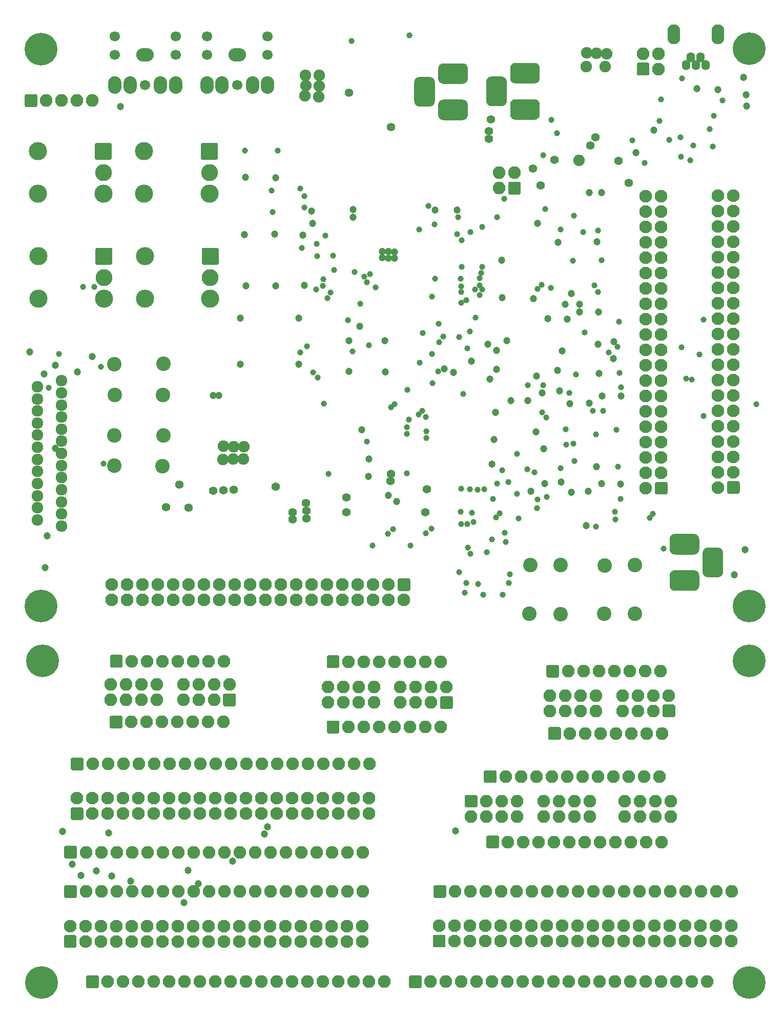
<source format=gbr>
G04 #@! TF.GenerationSoftware,KiCad,Pcbnew,5.1.7-a382d34a8~88~ubuntu20.04.1*
G04 #@! TF.CreationDate,2021-03-14T14:40:07-05:00*
G04 #@! TF.ProjectId,open-dash-daughterboard,6f70656e-2d64-4617-9368-2d6461756768,rev?*
G04 #@! TF.SameCoordinates,Original*
G04 #@! TF.FileFunction,Soldermask,Bot*
G04 #@! TF.FilePolarity,Negative*
%FSLAX46Y46*%
G04 Gerber Fmt 4.6, Leading zero omitted, Abs format (unit mm)*
G04 Created by KiCad (PCBNEW 5.1.7-a382d34a8~88~ubuntu20.04.1) date 2021-03-14 14:40:07*
%MOMM*%
%LPD*%
G01*
G04 APERTURE LIST*
%ADD10C,2.100000*%
%ADD11C,5.400000*%
%ADD12O,2.100000X2.100000*%
%ADD13O,1.400000X1.700000*%
%ADD14O,2.100000X3.300000*%
%ADD15C,2.800000*%
%ADD16C,3.000000*%
%ADD17C,1.924000*%
%ADD18O,2.200000X2.900000*%
%ADD19C,1.700000*%
%ADD20O,2.900000X2.200000*%
%ADD21C,2.400000*%
%ADD22C,1.400000*%
%ADD23C,1.200000*%
%ADD24C,1.000000*%
%ADD25C,1.900000*%
G04 APERTURE END LIST*
D10*
X204030000Y-72870000D03*
X204030000Y-75410000D03*
X204030000Y-77950000D03*
X204030000Y-80490000D03*
X204030000Y-83030000D03*
X204030000Y-85570000D03*
X204030000Y-88110000D03*
X204030000Y-90650000D03*
X204030000Y-93190000D03*
X204030000Y-95730000D03*
X204030000Y-98270000D03*
X204030000Y-100810000D03*
X204030000Y-103350000D03*
X204030000Y-105890000D03*
X204030000Y-108430000D03*
X204030000Y-110970000D03*
X204030000Y-113510000D03*
X204030000Y-116050000D03*
X204030000Y-118590000D03*
X204030000Y-121130000D03*
X206570000Y-72870000D03*
X206570000Y-75410000D03*
X206570000Y-77950000D03*
X206570000Y-80490000D03*
X206570000Y-83030000D03*
X206570000Y-85570000D03*
X206570000Y-88110000D03*
X206570000Y-90650000D03*
X206570000Y-93190000D03*
X206570000Y-95730000D03*
X206570000Y-98270000D03*
X206570000Y-100810000D03*
X206570000Y-103350000D03*
X206570000Y-105890000D03*
X206570000Y-108430000D03*
X206570000Y-110970000D03*
X206570000Y-113510000D03*
X206570000Y-116050000D03*
X206570000Y-118590000D03*
G36*
G01*
X207620000Y-120388823D02*
X207620000Y-121871177D01*
G75*
G02*
X207311177Y-122180000I-308823J0D01*
G01*
X205828823Y-122180000D01*
G75*
G02*
X205520000Y-121871177I0J308823D01*
G01*
X205520000Y-120388823D01*
G75*
G02*
X205828823Y-120080000I308823J0D01*
G01*
X207311177Y-120080000D01*
G75*
G02*
X207620000Y-120388823I0J-308823D01*
G01*
G37*
X192125000Y-73000000D03*
X192125000Y-75540000D03*
X192125000Y-78080000D03*
X192125000Y-80620000D03*
X192125000Y-83160000D03*
X192125000Y-85700000D03*
X192125000Y-88240000D03*
X192125000Y-90780000D03*
X192125000Y-93320000D03*
X192125000Y-95860000D03*
X192125000Y-98400000D03*
X192125000Y-100940000D03*
X192125000Y-103480000D03*
X192125000Y-106020000D03*
X192125000Y-108560000D03*
X192125000Y-111100000D03*
X192125000Y-113640000D03*
X192125000Y-116180000D03*
X192125000Y-118720000D03*
X192125000Y-121260000D03*
X194665000Y-73000000D03*
X194665000Y-75540000D03*
X194665000Y-78080000D03*
X194665000Y-80620000D03*
X194665000Y-83160000D03*
X194665000Y-85700000D03*
X194665000Y-88240000D03*
X194665000Y-90780000D03*
X194665000Y-93320000D03*
X194665000Y-95860000D03*
X194665000Y-98400000D03*
X194665000Y-100940000D03*
X194665000Y-103480000D03*
X194665000Y-106020000D03*
X194665000Y-108560000D03*
X194665000Y-111100000D03*
X194665000Y-113640000D03*
X194665000Y-116180000D03*
X194665000Y-118720000D03*
G36*
G01*
X195715000Y-120518823D02*
X195715000Y-122001177D01*
G75*
G02*
X195406177Y-122310000I-308823J0D01*
G01*
X193923823Y-122310000D01*
G75*
G02*
X193615000Y-122001177I0J308823D01*
G01*
X193615000Y-120518823D01*
G75*
G02*
X193923823Y-120210000I308823J0D01*
G01*
X195406177Y-120210000D01*
G75*
G02*
X195715000Y-120518823I0J-308823D01*
G01*
G37*
X146400000Y-172510000D03*
X143860000Y-172510000D03*
X141320000Y-172510000D03*
X138780000Y-172510000D03*
X136240000Y-172510000D03*
X133700000Y-172510000D03*
X131160000Y-172510000D03*
X128620000Y-172510000D03*
X126080000Y-172510000D03*
X123540000Y-172510000D03*
X121000000Y-172510000D03*
X118460000Y-172510000D03*
X115920000Y-172510000D03*
X113380000Y-172510000D03*
X110840000Y-172510000D03*
X108300000Y-172510000D03*
X105760000Y-172510000D03*
X103220000Y-172510000D03*
X100680000Y-172510000D03*
X98140000Y-172510000D03*
X146400000Y-175050000D03*
X143860000Y-175050000D03*
X141320000Y-175050000D03*
X138780000Y-175050000D03*
X136240000Y-175050000D03*
X133700000Y-175050000D03*
X131160000Y-175050000D03*
X128620000Y-175050000D03*
X126080000Y-175050000D03*
X123540000Y-175050000D03*
X121000000Y-175050000D03*
X118460000Y-175050000D03*
X115920000Y-175050000D03*
X113380000Y-175050000D03*
X110840000Y-175050000D03*
X108300000Y-175050000D03*
X105760000Y-175050000D03*
X103220000Y-175050000D03*
X100680000Y-175050000D03*
G36*
G01*
X98881177Y-176100000D02*
X97398823Y-176100000D01*
G75*
G02*
X97090000Y-175791177I0J308823D01*
G01*
X97090000Y-174308823D01*
G75*
G02*
X97398823Y-174000000I308823J0D01*
G01*
X98881177Y-174000000D01*
G75*
G02*
X99190000Y-174308823I0J-308823D01*
G01*
X99190000Y-175791177D01*
G75*
G02*
X98881177Y-176100000I-308823J0D01*
G01*
G37*
X206220000Y-193560000D03*
X203680000Y-193560000D03*
X201140000Y-193560000D03*
X198600000Y-193560000D03*
X196060000Y-193560000D03*
X193520000Y-193560000D03*
X190980000Y-193560000D03*
X188440000Y-193560000D03*
X185900000Y-193560000D03*
X183360000Y-193560000D03*
X180820000Y-193560000D03*
X178280000Y-193560000D03*
X175740000Y-193560000D03*
X173200000Y-193560000D03*
X170660000Y-193560000D03*
X168120000Y-193560000D03*
X165580000Y-193560000D03*
X163040000Y-193560000D03*
X160500000Y-193560000D03*
X157960000Y-193560000D03*
X206220000Y-196100000D03*
X203680000Y-196100000D03*
X201140000Y-196100000D03*
X198600000Y-196100000D03*
X196060000Y-196100000D03*
X193520000Y-196100000D03*
X190980000Y-196100000D03*
X188440000Y-196100000D03*
X185900000Y-196100000D03*
X183360000Y-196100000D03*
X180820000Y-196100000D03*
X178280000Y-196100000D03*
X175740000Y-196100000D03*
X173200000Y-196100000D03*
X170660000Y-196100000D03*
X168120000Y-196100000D03*
X165580000Y-196100000D03*
X163040000Y-196100000D03*
X160500000Y-196100000D03*
G36*
G01*
X158701177Y-197150000D02*
X157218823Y-197150000D01*
G75*
G02*
X156910000Y-196841177I0J308823D01*
G01*
X156910000Y-195358823D01*
G75*
G02*
X157218823Y-195050000I308823J0D01*
G01*
X158701177Y-195050000D01*
G75*
G02*
X159010000Y-195358823I0J-308823D01*
G01*
X159010000Y-196841177D01*
G75*
G02*
X158701177Y-197150000I-308823J0D01*
G01*
G37*
X145260000Y-193620000D03*
X142720000Y-193620000D03*
X140180000Y-193620000D03*
X137640000Y-193620000D03*
X135100000Y-193620000D03*
X132560000Y-193620000D03*
X130020000Y-193620000D03*
X127480000Y-193620000D03*
X124940000Y-193620000D03*
X122400000Y-193620000D03*
X119860000Y-193620000D03*
X117320000Y-193620000D03*
X114780000Y-193620000D03*
X112240000Y-193620000D03*
X109700000Y-193620000D03*
X107160000Y-193620000D03*
X104620000Y-193620000D03*
X102080000Y-193620000D03*
X99540000Y-193620000D03*
X97000000Y-193620000D03*
X145260000Y-196160000D03*
X142720000Y-196160000D03*
X140180000Y-196160000D03*
X137640000Y-196160000D03*
X135100000Y-196160000D03*
X132560000Y-196160000D03*
X130020000Y-196160000D03*
X127480000Y-196160000D03*
X124940000Y-196160000D03*
X122400000Y-196160000D03*
X119860000Y-196160000D03*
X117320000Y-196160000D03*
X114780000Y-196160000D03*
X112240000Y-196160000D03*
X109700000Y-196160000D03*
X107160000Y-196160000D03*
X104620000Y-196160000D03*
X102080000Y-196160000D03*
X99540000Y-196160000D03*
G36*
G01*
X97741177Y-197210000D02*
X96258823Y-197210000D01*
G75*
G02*
X95950000Y-196901177I0J308823D01*
G01*
X95950000Y-195418823D01*
G75*
G02*
X96258823Y-195110000I308823J0D01*
G01*
X97741177Y-195110000D01*
G75*
G02*
X98050000Y-195418823I0J-308823D01*
G01*
X98050000Y-196901177D01*
G75*
G02*
X97741177Y-197210000I-308823J0D01*
G01*
G37*
D11*
X92260000Y-202920000D03*
X209160000Y-149820000D03*
X92460000Y-149820000D03*
X209160000Y-202920000D03*
D12*
X194740000Y-179720000D03*
X192200000Y-179720000D03*
X189660000Y-179720000D03*
X187120000Y-179720000D03*
X184580000Y-179720000D03*
X182040000Y-179720000D03*
X179500000Y-179720000D03*
X176960000Y-179720000D03*
X174420000Y-179720000D03*
X171880000Y-179720000D03*
X169340000Y-179720000D03*
G36*
G01*
X167650000Y-180770000D02*
X165950000Y-180770000D01*
G75*
G02*
X165750000Y-180570000I0J200000D01*
G01*
X165750000Y-178870000D01*
G75*
G02*
X165950000Y-178670000I200000J0D01*
G01*
X167650000Y-178670000D01*
G75*
G02*
X167850000Y-178870000I0J-200000D01*
G01*
X167850000Y-180570000D01*
G75*
G02*
X167650000Y-180770000I-200000J0D01*
G01*
G37*
X188600000Y-175520000D03*
X191140000Y-172980000D03*
X196220000Y-175520000D03*
X188600000Y-172980000D03*
X193680000Y-175520000D03*
X196220000Y-172980000D03*
X191140000Y-175520000D03*
X193680000Y-172980000D03*
G36*
G01*
X162400000Y-171930000D02*
X164100000Y-171930000D01*
G75*
G02*
X164300000Y-172130000I0J-200000D01*
G01*
X164300000Y-173830000D01*
G75*
G02*
X164100000Y-174030000I-200000J0D01*
G01*
X162400000Y-174030000D01*
G75*
G02*
X162200000Y-173830000I0J200000D01*
G01*
X162200000Y-172130000D01*
G75*
G02*
X162400000Y-171930000I200000J0D01*
G01*
G37*
X163250000Y-175520000D03*
X165790000Y-172980000D03*
X165790000Y-175520000D03*
X168330000Y-172980000D03*
X168330000Y-175520000D03*
X170870000Y-172980000D03*
X170870000Y-175520000D03*
X175250000Y-172980000D03*
X175250000Y-175520000D03*
X177790000Y-172980000D03*
X177790000Y-175520000D03*
X180330000Y-172980000D03*
X180330000Y-175520000D03*
X182870000Y-172980000D03*
X182870000Y-175520000D03*
X194340000Y-168920000D03*
X191800000Y-168920000D03*
X189260000Y-168920000D03*
X186720000Y-168920000D03*
X184180000Y-168920000D03*
X181640000Y-168920000D03*
X179100000Y-168920000D03*
X176560000Y-168920000D03*
X174020000Y-168920000D03*
X171480000Y-168920000D03*
X168940000Y-168920000D03*
G36*
G01*
X167250000Y-169970000D02*
X165550000Y-169970000D01*
G75*
G02*
X165350000Y-169770000I0J200000D01*
G01*
X165350000Y-168070000D01*
G75*
G02*
X165550000Y-167870000I200000J0D01*
G01*
X167250000Y-167870000D01*
G75*
G02*
X167450000Y-168070000I0J-200000D01*
G01*
X167450000Y-169770000D01*
G75*
G02*
X167250000Y-169970000I-200000J0D01*
G01*
G37*
X146420000Y-166820000D03*
X143880000Y-166820000D03*
X141340000Y-166820000D03*
X138800000Y-166820000D03*
X136260000Y-166820000D03*
X133720000Y-166820000D03*
X131180000Y-166820000D03*
X128640000Y-166820000D03*
X126100000Y-166820000D03*
X123560000Y-166820000D03*
X121020000Y-166820000D03*
X118480000Y-166820000D03*
X115940000Y-166820000D03*
X113400000Y-166820000D03*
X110860000Y-166820000D03*
X108320000Y-166820000D03*
X105780000Y-166820000D03*
X103240000Y-166820000D03*
X100700000Y-166820000D03*
G36*
G01*
X99010000Y-167870000D02*
X97310000Y-167870000D01*
G75*
G02*
X97110000Y-167670000I0J200000D01*
G01*
X97110000Y-165970000D01*
G75*
G02*
X97310000Y-165770000I200000J0D01*
G01*
X99010000Y-165770000D01*
G75*
G02*
X99210000Y-165970000I0J-200000D01*
G01*
X99210000Y-167670000D01*
G75*
G02*
X99010000Y-167870000I-200000J0D01*
G01*
G37*
X145320000Y-181420000D03*
X142780000Y-181420000D03*
X140240000Y-181420000D03*
X137700000Y-181420000D03*
X135160000Y-181420000D03*
X132620000Y-181420000D03*
X130080000Y-181420000D03*
X127540000Y-181420000D03*
X125000000Y-181420000D03*
X122460000Y-181420000D03*
X119920000Y-181420000D03*
X117380000Y-181420000D03*
X114840000Y-181420000D03*
X112300000Y-181420000D03*
X109760000Y-181420000D03*
X107220000Y-181420000D03*
X104680000Y-181420000D03*
X102140000Y-181420000D03*
X99600000Y-181420000D03*
G36*
G01*
X97910000Y-182470000D02*
X96210000Y-182470000D01*
G75*
G02*
X96010000Y-182270000I0J200000D01*
G01*
X96010000Y-180570000D01*
G75*
G02*
X96210000Y-180370000I200000J0D01*
G01*
X97910000Y-180370000D01*
G75*
G02*
X98110000Y-180570000I0J-200000D01*
G01*
X98110000Y-182270000D01*
G75*
G02*
X97910000Y-182470000I-200000J0D01*
G01*
G37*
X194520000Y-151500000D03*
X191980000Y-151500000D03*
X189440000Y-151500000D03*
X186900000Y-151500000D03*
X184360000Y-151500000D03*
X181820000Y-151500000D03*
X179280000Y-151500000D03*
G36*
G01*
X177590000Y-152550000D02*
X175890000Y-152550000D01*
G75*
G02*
X175690000Y-152350000I0J200000D01*
G01*
X175690000Y-150650000D01*
G75*
G02*
X175890000Y-150450000I200000J0D01*
G01*
X177590000Y-150450000D01*
G75*
G02*
X177790000Y-150650000I0J-200000D01*
G01*
X177790000Y-152350000D01*
G75*
G02*
X177590000Y-152550000I-200000J0D01*
G01*
G37*
X176290000Y-155520000D03*
X176290000Y-158060000D03*
X178830000Y-155520000D03*
X178830000Y-158060000D03*
X181370000Y-155520000D03*
X181370000Y-158060000D03*
X183910000Y-155520000D03*
X183910000Y-158060000D03*
X188290000Y-155520000D03*
X188290000Y-158060000D03*
X190830000Y-155520000D03*
X190830000Y-158060000D03*
X193370000Y-155520000D03*
X193370000Y-158060000D03*
X195910000Y-155520000D03*
G36*
G01*
X196760000Y-159110000D02*
X195060000Y-159110000D01*
G75*
G02*
X194860000Y-158910000I0J200000D01*
G01*
X194860000Y-157210000D01*
G75*
G02*
X195060000Y-157010000I200000J0D01*
G01*
X196760000Y-157010000D01*
G75*
G02*
X196960000Y-157210000I0J-200000D01*
G01*
X196960000Y-158910000D01*
G75*
G02*
X196760000Y-159110000I-200000J0D01*
G01*
G37*
X194820000Y-161800000D03*
X192280000Y-161800000D03*
X189740000Y-161800000D03*
X187200000Y-161800000D03*
X184660000Y-161800000D03*
X182120000Y-161800000D03*
X179580000Y-161800000D03*
G36*
G01*
X177890000Y-162850000D02*
X176190000Y-162850000D01*
G75*
G02*
X175990000Y-162650000I0J200000D01*
G01*
X175990000Y-160950000D01*
G75*
G02*
X176190000Y-160750000I200000J0D01*
G01*
X177890000Y-160750000D01*
G75*
G02*
X178090000Y-160950000I0J-200000D01*
G01*
X178090000Y-162650000D01*
G75*
G02*
X177890000Y-162850000I-200000J0D01*
G01*
G37*
X202280000Y-202820000D03*
X199740000Y-202820000D03*
X197200000Y-202820000D03*
X194660000Y-202820000D03*
X192120000Y-202820000D03*
X189580000Y-202820000D03*
X187040000Y-202820000D03*
X184500000Y-202820000D03*
X181960000Y-202820000D03*
X179420000Y-202820000D03*
X176880000Y-202820000D03*
X174340000Y-202820000D03*
X171800000Y-202820000D03*
X169260000Y-202820000D03*
X166720000Y-202820000D03*
X164180000Y-202820000D03*
X161640000Y-202820000D03*
X159100000Y-202820000D03*
X156560000Y-202820000D03*
G36*
G01*
X154870000Y-203870000D02*
X153170000Y-203870000D01*
G75*
G02*
X152970000Y-203670000I0J200000D01*
G01*
X152970000Y-201970000D01*
G75*
G02*
X153170000Y-201770000I200000J0D01*
G01*
X154870000Y-201770000D01*
G75*
G02*
X155070000Y-201970000I0J-200000D01*
G01*
X155070000Y-203670000D01*
G75*
G02*
X154870000Y-203870000I-200000J0D01*
G01*
G37*
X206320000Y-187920000D03*
X203780000Y-187920000D03*
X201240000Y-187920000D03*
X198700000Y-187920000D03*
X196160000Y-187920000D03*
X193620000Y-187920000D03*
X191080000Y-187920000D03*
X188540000Y-187920000D03*
X186000000Y-187920000D03*
X183460000Y-187920000D03*
X180920000Y-187920000D03*
X178380000Y-187920000D03*
X175840000Y-187920000D03*
X173300000Y-187920000D03*
X170760000Y-187920000D03*
X168220000Y-187920000D03*
X165680000Y-187920000D03*
X163140000Y-187920000D03*
X160600000Y-187920000D03*
G36*
G01*
X158910000Y-188970000D02*
X157210000Y-188970000D01*
G75*
G02*
X157010000Y-188770000I0J200000D01*
G01*
X157010000Y-187070000D01*
G75*
G02*
X157210000Y-186870000I200000J0D01*
G01*
X158910000Y-186870000D01*
G75*
G02*
X159110000Y-187070000I0J-200000D01*
G01*
X159110000Y-188770000D01*
G75*
G02*
X158910000Y-188970000I-200000J0D01*
G01*
G37*
X122400000Y-149850000D03*
X119860000Y-149850000D03*
X117320000Y-149850000D03*
X114780000Y-149850000D03*
X112240000Y-149850000D03*
X109700000Y-149850000D03*
X107160000Y-149850000D03*
G36*
G01*
X105470000Y-150900000D02*
X103770000Y-150900000D01*
G75*
G02*
X103570000Y-150700000I0J200000D01*
G01*
X103570000Y-149000000D01*
G75*
G02*
X103770000Y-148800000I200000J0D01*
G01*
X105470000Y-148800000D01*
G75*
G02*
X105670000Y-149000000I0J-200000D01*
G01*
X105670000Y-150700000D01*
G75*
G02*
X105470000Y-150900000I-200000J0D01*
G01*
G37*
X103700000Y-153700000D03*
X103700000Y-156240000D03*
X106240000Y-153700000D03*
X106240000Y-156240000D03*
X108780000Y-153700000D03*
X108780000Y-156240000D03*
X111320000Y-153700000D03*
X111320000Y-156240000D03*
X115700000Y-153700000D03*
X115700000Y-156240000D03*
X118240000Y-153700000D03*
X118240000Y-156240000D03*
X120780000Y-153700000D03*
X120780000Y-156240000D03*
X123320000Y-153700000D03*
G36*
G01*
X124170000Y-157290000D02*
X122470000Y-157290000D01*
G75*
G02*
X122270000Y-157090000I0J200000D01*
G01*
X122270000Y-155390000D01*
G75*
G02*
X122470000Y-155190000I200000J0D01*
G01*
X124170000Y-155190000D01*
G75*
G02*
X124370000Y-155390000I0J-200000D01*
G01*
X124370000Y-157090000D01*
G75*
G02*
X124170000Y-157290000I-200000J0D01*
G01*
G37*
X122350000Y-159890000D03*
X119810000Y-159890000D03*
X117270000Y-159890000D03*
X114730000Y-159890000D03*
X112190000Y-159890000D03*
X109650000Y-159890000D03*
X107110000Y-159890000D03*
G36*
G01*
X105420000Y-160940000D02*
X103720000Y-160940000D01*
G75*
G02*
X103520000Y-160740000I0J200000D01*
G01*
X103520000Y-159040000D01*
G75*
G02*
X103720000Y-158840000I200000J0D01*
G01*
X105420000Y-158840000D01*
G75*
G02*
X105620000Y-159040000I0J-200000D01*
G01*
X105620000Y-160740000D01*
G75*
G02*
X105420000Y-160940000I-200000J0D01*
G01*
G37*
X145320000Y-187920000D03*
X142780000Y-187920000D03*
X140240000Y-187920000D03*
X137700000Y-187920000D03*
X135160000Y-187920000D03*
X132620000Y-187920000D03*
X130080000Y-187920000D03*
X127540000Y-187920000D03*
X125000000Y-187920000D03*
X122460000Y-187920000D03*
X119920000Y-187920000D03*
X117380000Y-187920000D03*
X114840000Y-187920000D03*
X112300000Y-187920000D03*
X109760000Y-187920000D03*
X107220000Y-187920000D03*
X104680000Y-187920000D03*
X102140000Y-187920000D03*
X99600000Y-187920000D03*
G36*
G01*
X97910000Y-188970000D02*
X96210000Y-188970000D01*
G75*
G02*
X96010000Y-188770000I0J200000D01*
G01*
X96010000Y-187070000D01*
G75*
G02*
X96210000Y-186870000I200000J0D01*
G01*
X97910000Y-186870000D01*
G75*
G02*
X98110000Y-187070000I0J-200000D01*
G01*
X98110000Y-188770000D01*
G75*
G02*
X97910000Y-188970000I-200000J0D01*
G01*
G37*
X148920000Y-202820000D03*
X146380000Y-202820000D03*
X143840000Y-202820000D03*
X141300000Y-202820000D03*
X138760000Y-202820000D03*
X136220000Y-202820000D03*
X133680000Y-202820000D03*
X131140000Y-202820000D03*
X128600000Y-202820000D03*
X126060000Y-202820000D03*
X123520000Y-202820000D03*
X120980000Y-202820000D03*
X118440000Y-202820000D03*
X115900000Y-202820000D03*
X113360000Y-202820000D03*
X110820000Y-202820000D03*
X108280000Y-202820000D03*
X105740000Y-202820000D03*
X103200000Y-202820000D03*
G36*
G01*
X101510000Y-203870000D02*
X99810000Y-203870000D01*
G75*
G02*
X99610000Y-203670000I0J200000D01*
G01*
X99610000Y-201970000D01*
G75*
G02*
X99810000Y-201770000I200000J0D01*
G01*
X101510000Y-201770000D01*
G75*
G02*
X101710000Y-201970000I0J-200000D01*
G01*
X101710000Y-203670000D01*
G75*
G02*
X101510000Y-203870000I-200000J0D01*
G01*
G37*
X158210000Y-149920000D03*
X155670000Y-149920000D03*
X153130000Y-149920000D03*
X150590000Y-149920000D03*
X148050000Y-149920000D03*
X145510000Y-149920000D03*
X142970000Y-149920000D03*
G36*
G01*
X141280000Y-150970000D02*
X139580000Y-150970000D01*
G75*
G02*
X139380000Y-150770000I0J200000D01*
G01*
X139380000Y-149070000D01*
G75*
G02*
X139580000Y-148870000I200000J0D01*
G01*
X141280000Y-148870000D01*
G75*
G02*
X141480000Y-149070000I0J-200000D01*
G01*
X141480000Y-150770000D01*
G75*
G02*
X141280000Y-150970000I-200000J0D01*
G01*
G37*
X139570000Y-154130000D03*
X139570000Y-156670000D03*
X142110000Y-154130000D03*
X142110000Y-156670000D03*
X144650000Y-154130000D03*
X144650000Y-156670000D03*
X147190000Y-154130000D03*
X147190000Y-156670000D03*
X151570000Y-154130000D03*
X151570000Y-156670000D03*
X154110000Y-154130000D03*
X154110000Y-156670000D03*
X156650000Y-154130000D03*
X156650000Y-156670000D03*
X159190000Y-154130000D03*
G36*
G01*
X160040000Y-157720000D02*
X158340000Y-157720000D01*
G75*
G02*
X158140000Y-157520000I0J200000D01*
G01*
X158140000Y-155820000D01*
G75*
G02*
X158340000Y-155620000I200000J0D01*
G01*
X160040000Y-155620000D01*
G75*
G02*
X160240000Y-155820000I0J-200000D01*
G01*
X160240000Y-157520000D01*
G75*
G02*
X160040000Y-157720000I-200000J0D01*
G01*
G37*
X158210000Y-160720000D03*
X155670000Y-160720000D03*
X153130000Y-160720000D03*
X150590000Y-160720000D03*
X148050000Y-160720000D03*
X145510000Y-160720000D03*
X142970000Y-160720000D03*
G36*
G01*
X141280000Y-161770000D02*
X139580000Y-161770000D01*
G75*
G02*
X139380000Y-161570000I0J200000D01*
G01*
X139380000Y-159870000D01*
G75*
G02*
X139580000Y-159670000I200000J0D01*
G01*
X141280000Y-159670000D01*
G75*
G02*
X141480000Y-159870000I0J-200000D01*
G01*
X141480000Y-161570000D01*
G75*
G02*
X141280000Y-161770000I-200000J0D01*
G01*
G37*
X194200000Y-49430000D03*
X194200000Y-51970000D03*
X191660000Y-49430000D03*
G36*
G01*
X192510000Y-53020000D02*
X190810000Y-53020000D01*
G75*
G02*
X190610000Y-52820000I0J200000D01*
G01*
X190610000Y-51120000D01*
G75*
G02*
X190810000Y-50920000I200000J0D01*
G01*
X192510000Y-50920000D01*
G75*
G02*
X192710000Y-51120000I0J-200000D01*
G01*
X192710000Y-52820000D01*
G75*
G02*
X192510000Y-53020000I-200000J0D01*
G01*
G37*
D13*
X198757400Y-51284600D03*
X201957800Y-51284600D03*
X201170400Y-50090800D03*
X199544800Y-50065400D03*
X200357600Y-51284600D03*
D14*
X196700000Y-46230000D03*
X203989800Y-46230000D03*
G36*
G01*
X170540000Y-56960000D02*
X173740000Y-56960000D01*
G75*
G02*
X174590000Y-57810000I0J-850000D01*
G01*
X174590000Y-59510000D01*
G75*
G02*
X173740000Y-60360000I-850000J0D01*
G01*
X170540000Y-60360000D01*
G75*
G02*
X169690000Y-59510000I0J850000D01*
G01*
X169690000Y-57810000D01*
G75*
G02*
X170540000Y-56960000I850000J0D01*
G01*
G37*
G36*
G01*
X170540000Y-50960000D02*
X173740000Y-50960000D01*
G75*
G02*
X174590000Y-51810000I0J-850000D01*
G01*
X174590000Y-53510000D01*
G75*
G02*
X173740000Y-54360000I-850000J0D01*
G01*
X170540000Y-54360000D01*
G75*
G02*
X169690000Y-53510000I0J850000D01*
G01*
X169690000Y-51810000D01*
G75*
G02*
X170540000Y-50960000I850000J0D01*
G01*
G37*
G36*
G01*
X166590000Y-53210000D02*
X168290000Y-53210000D01*
G75*
G02*
X169140000Y-54060000I0J-850000D01*
G01*
X169140000Y-57260000D01*
G75*
G02*
X168290000Y-58110000I-850000J0D01*
G01*
X166590000Y-58110000D01*
G75*
G02*
X165740000Y-57260000I0J850000D01*
G01*
X165740000Y-54060000D01*
G75*
G02*
X166590000Y-53210000I850000J0D01*
G01*
G37*
D10*
X103900000Y-139740000D03*
X106440000Y-139740000D03*
X108980000Y-139740000D03*
X111520000Y-139740000D03*
X114060000Y-139740000D03*
X116600000Y-139740000D03*
X119140000Y-139740000D03*
X121680000Y-139740000D03*
X124220000Y-139740000D03*
X126760000Y-139740000D03*
X129300000Y-139740000D03*
X131840000Y-139740000D03*
X134380000Y-139740000D03*
X136920000Y-139740000D03*
X139460000Y-139740000D03*
X142000000Y-139740000D03*
X144540000Y-139740000D03*
X147080000Y-139740000D03*
X149620000Y-139740000D03*
X152160000Y-139740000D03*
X103900000Y-137200000D03*
X106440000Y-137200000D03*
X108980000Y-137200000D03*
X111520000Y-137200000D03*
X114060000Y-137200000D03*
X116600000Y-137200000D03*
X119140000Y-137200000D03*
X121680000Y-137200000D03*
X124220000Y-137200000D03*
X126760000Y-137200000D03*
X129300000Y-137200000D03*
X131840000Y-137200000D03*
X134380000Y-137200000D03*
X136920000Y-137200000D03*
X139460000Y-137200000D03*
X142000000Y-137200000D03*
X144540000Y-137200000D03*
X147080000Y-137200000D03*
X149620000Y-137200000D03*
G36*
G01*
X151418823Y-136150000D02*
X152901177Y-136150000D01*
G75*
G02*
X153210000Y-136458823I0J-308823D01*
G01*
X153210000Y-137941177D01*
G75*
G02*
X152901177Y-138250000I-308823J0D01*
G01*
X151418823Y-138250000D01*
G75*
G02*
X151110000Y-137941177I0J308823D01*
G01*
X151110000Y-136458823D01*
G75*
G02*
X151418823Y-136150000I308823J0D01*
G01*
G37*
D11*
X209160000Y-48620000D03*
X209160000Y-140720000D03*
X92200000Y-48700000D03*
X92200000Y-140700000D03*
D15*
X102475001Y-69075001D03*
D16*
X102475001Y-72575001D03*
G36*
G01*
X101075001Y-66775001D02*
X101075001Y-64375001D01*
G75*
G02*
X101275001Y-64175001I200000J0D01*
G01*
X103675001Y-64175001D01*
G75*
G02*
X103875001Y-64375001I0J-200000D01*
G01*
X103875001Y-66775001D01*
G75*
G02*
X103675001Y-66975001I-200000J0D01*
G01*
X101275001Y-66975001D01*
G75*
G02*
X101075001Y-66775001I0J200000D01*
G01*
G37*
X91675001Y-72575001D03*
X91675001Y-65575001D03*
D15*
X120025001Y-69075001D03*
D16*
X120025001Y-72575001D03*
G36*
G01*
X118625001Y-66775001D02*
X118625001Y-64375001D01*
G75*
G02*
X118825001Y-64175001I200000J0D01*
G01*
X121225001Y-64175001D01*
G75*
G02*
X121425001Y-64375001I0J-200000D01*
G01*
X121425001Y-66775001D01*
G75*
G02*
X121225001Y-66975001I-200000J0D01*
G01*
X118825001Y-66975001D01*
G75*
G02*
X118625001Y-66775001I0J200000D01*
G01*
G37*
X109225001Y-72575001D03*
X109225001Y-65575001D03*
D12*
X167870000Y-69120000D03*
X170410000Y-69120000D03*
X167870000Y-71660000D03*
G36*
G01*
X171460000Y-70810000D02*
X171460000Y-72510000D01*
G75*
G02*
X171260000Y-72710000I-200000J0D01*
G01*
X169560000Y-72710000D01*
G75*
G02*
X169360000Y-72510000I0J200000D01*
G01*
X169360000Y-70810000D01*
G75*
G02*
X169560000Y-70610000I200000J0D01*
G01*
X171260000Y-70610000D01*
G75*
G02*
X171460000Y-70810000I0J-200000D01*
G01*
G37*
G36*
G01*
X158650000Y-57030000D02*
X161850000Y-57030000D01*
G75*
G02*
X162700000Y-57880000I0J-850000D01*
G01*
X162700000Y-59580000D01*
G75*
G02*
X161850000Y-60430000I-850000J0D01*
G01*
X158650000Y-60430000D01*
G75*
G02*
X157800000Y-59580000I0J850000D01*
G01*
X157800000Y-57880000D01*
G75*
G02*
X158650000Y-57030000I850000J0D01*
G01*
G37*
G36*
G01*
X158650000Y-51030000D02*
X161850000Y-51030000D01*
G75*
G02*
X162700000Y-51880000I0J-850000D01*
G01*
X162700000Y-53580000D01*
G75*
G02*
X161850000Y-54430000I-850000J0D01*
G01*
X158650000Y-54430000D01*
G75*
G02*
X157800000Y-53580000I0J850000D01*
G01*
X157800000Y-51880000D01*
G75*
G02*
X158650000Y-51030000I850000J0D01*
G01*
G37*
G36*
G01*
X154700000Y-53280000D02*
X156400000Y-53280000D01*
G75*
G02*
X157250000Y-54130000I0J-850000D01*
G01*
X157250000Y-57330000D01*
G75*
G02*
X156400000Y-58180000I-850000J0D01*
G01*
X154700000Y-58180000D01*
G75*
G02*
X153850000Y-57330000I0J850000D01*
G01*
X153850000Y-54130000D01*
G75*
G02*
X154700000Y-53280000I850000J0D01*
G01*
G37*
G36*
G01*
X200085000Y-132220000D02*
X196885000Y-132220000D01*
G75*
G02*
X196035000Y-131370000I0J850000D01*
G01*
X196035000Y-129670000D01*
G75*
G02*
X196885000Y-128820000I850000J0D01*
G01*
X200085000Y-128820000D01*
G75*
G02*
X200935000Y-129670000I0J-850000D01*
G01*
X200935000Y-131370000D01*
G75*
G02*
X200085000Y-132220000I-850000J0D01*
G01*
G37*
G36*
G01*
X200085000Y-138220000D02*
X196885000Y-138220000D01*
G75*
G02*
X196035000Y-137370000I0J850000D01*
G01*
X196035000Y-135670000D01*
G75*
G02*
X196885000Y-134820000I850000J0D01*
G01*
X200085000Y-134820000D01*
G75*
G02*
X200935000Y-135670000I0J-850000D01*
G01*
X200935000Y-137370000D01*
G75*
G02*
X200085000Y-138220000I-850000J0D01*
G01*
G37*
G36*
G01*
X204035000Y-135970000D02*
X202335000Y-135970000D01*
G75*
G02*
X201485000Y-135120000I0J850000D01*
G01*
X201485000Y-131920000D01*
G75*
G02*
X202335000Y-131070000I850000J0D01*
G01*
X204035000Y-131070000D01*
G75*
G02*
X204885000Y-131920000I0J-850000D01*
G01*
X204885000Y-135120000D01*
G75*
G02*
X204035000Y-135970000I-850000J0D01*
G01*
G37*
D17*
X91599500Y-120489600D03*
X91599500Y-118495700D03*
X91599500Y-110494700D03*
X91599500Y-124490100D03*
X91599500Y-114495200D03*
X91599500Y-122496200D03*
X91599500Y-112488600D03*
X91599500Y-116489100D03*
X91599500Y-104487600D03*
X91599500Y-126496700D03*
X91599500Y-106494200D03*
X91599500Y-108488100D03*
X95600000Y-109491400D03*
X95600000Y-107497500D03*
X95600000Y-103497000D03*
X95600000Y-105490900D03*
X95600000Y-111498000D03*
X95600000Y-117492400D03*
X95600000Y-115498500D03*
X95600000Y-113491900D03*
X95600000Y-119499000D03*
X95600000Y-121492900D03*
X95600000Y-123499500D03*
X95600000Y-125493400D03*
X95600000Y-127500000D03*
G36*
G01*
X91350000Y-58250000D02*
X89650000Y-58250000D01*
G75*
G02*
X89450000Y-58050000I0J200000D01*
G01*
X89450000Y-56350000D01*
G75*
G02*
X89650000Y-56150000I200000J0D01*
G01*
X91350000Y-56150000D01*
G75*
G02*
X91550000Y-56350000I0J-200000D01*
G01*
X91550000Y-58050000D01*
G75*
G02*
X91350000Y-58250000I-200000J0D01*
G01*
G37*
D12*
X93040000Y-57200000D03*
X95580000Y-57200000D03*
X98120000Y-57200000D03*
X100660000Y-57200000D03*
D18*
X127101900Y-54600000D03*
X122098100Y-54600000D03*
X119596200Y-54600000D03*
X129603800Y-54600000D03*
D19*
X124600000Y-54600000D03*
D20*
X124600000Y-49596200D03*
D19*
X129603800Y-49596200D03*
X119596200Y-49596200D03*
X119596200Y-46586300D03*
X129603800Y-46586300D03*
D18*
X111901900Y-54600000D03*
X106898100Y-54600000D03*
X104396200Y-54600000D03*
X114403800Y-54600000D03*
D19*
X109400000Y-54600000D03*
D20*
X109400000Y-49596200D03*
D19*
X114403800Y-49596200D03*
X104396200Y-49596200D03*
X104396200Y-46586300D03*
X114403800Y-46586300D03*
D15*
X102575001Y-86425001D03*
D16*
X102575001Y-89925001D03*
G36*
G01*
X101175001Y-84125001D02*
X101175001Y-81725001D01*
G75*
G02*
X101375001Y-81525001I200000J0D01*
G01*
X103775001Y-81525001D01*
G75*
G02*
X103975001Y-81725001I0J-200000D01*
G01*
X103975001Y-84125001D01*
G75*
G02*
X103775001Y-84325001I-200000J0D01*
G01*
X101375001Y-84325001D01*
G75*
G02*
X101175001Y-84125001I0J200000D01*
G01*
G37*
X91775001Y-89925001D03*
X91775001Y-82925001D03*
D15*
X120125001Y-86425001D03*
D16*
X120125001Y-89925001D03*
G36*
G01*
X118725001Y-84125001D02*
X118725001Y-81725001D01*
G75*
G02*
X118925001Y-81525001I200000J0D01*
G01*
X121325001Y-81525001D01*
G75*
G02*
X121525001Y-81725001I0J-200000D01*
G01*
X121525001Y-84125001D01*
G75*
G02*
X121325001Y-84325001I-200000J0D01*
G01*
X118925001Y-84325001D01*
G75*
G02*
X118725001Y-84125001I0J200000D01*
G01*
G37*
X109325001Y-89925001D03*
X109325001Y-82925001D03*
D21*
X178020000Y-133990000D03*
X173020000Y-133990000D03*
X185310000Y-134020000D03*
X190290000Y-133950000D03*
X104270000Y-112530000D03*
X104290000Y-117560000D03*
D22*
X115000000Y-120630000D03*
D23*
X121540000Y-105920000D03*
X120640000Y-105910000D03*
D21*
X104320000Y-100730000D03*
X104380000Y-105830000D03*
D22*
X150000000Y-61530000D03*
X143090000Y-55930000D03*
D23*
X181130000Y-92100000D03*
X184270000Y-92090000D03*
X187990000Y-106050000D03*
X175440000Y-120470000D03*
X184830000Y-120500000D03*
X187940000Y-120540000D03*
X206740000Y-135560000D03*
D22*
X122340000Y-121610000D03*
X120630000Y-121720000D03*
D24*
X168720000Y-73390000D03*
X187050000Y-126460000D03*
D23*
X184915879Y-105983783D03*
X186770000Y-99860000D03*
X177490000Y-101740000D03*
X172600000Y-106780000D03*
X169790000Y-106760000D03*
D24*
X175680000Y-109550000D03*
D23*
X178090000Y-120210000D03*
D24*
X170790000Y-115540000D03*
X187250000Y-111590000D03*
X187520000Y-117690000D03*
X183600000Y-87760000D03*
X171075994Y-126223462D03*
D23*
X184180000Y-97494979D03*
D22*
X166180000Y-62250000D03*
X166140000Y-63490000D03*
D21*
X172860000Y-142030000D03*
X178060000Y-142080000D03*
X185260000Y-141990000D03*
X190280000Y-142010000D03*
X112380000Y-112560000D03*
X112210000Y-117600000D03*
D22*
X142680000Y-125220000D03*
X142630000Y-122780000D03*
X149935596Y-120108283D03*
D24*
X156720000Y-127910000D03*
X155770000Y-128700000D03*
X149460000Y-128830000D03*
D23*
X125150000Y-93160000D03*
X134780000Y-93150000D03*
D21*
X112400000Y-100670000D03*
X112350000Y-105840000D03*
D25*
X182330000Y-49290000D03*
X183930000Y-49370000D03*
X185640000Y-49440000D03*
X182290000Y-51600000D03*
X185380000Y-51600000D03*
X135830000Y-53050000D03*
X135980000Y-54670000D03*
X135810000Y-56410000D03*
X138160000Y-52990000D03*
X138160000Y-54810000D03*
X138050000Y-56560000D03*
D23*
X143730000Y-75220000D03*
X136840000Y-75470000D03*
X130820000Y-79300000D03*
X125830000Y-79340000D03*
X125990000Y-69840000D03*
X130990000Y-69920000D03*
X126050000Y-87820000D03*
X130950000Y-87830000D03*
X93160000Y-129110000D03*
X92850000Y-134400000D03*
X173150000Y-121750000D03*
X179090000Y-93300000D03*
X175880000Y-93250000D03*
D25*
X123970000Y-114390000D03*
X125700000Y-114420000D03*
X122290000Y-114320000D03*
X122210000Y-116490000D03*
X123930000Y-116430000D03*
X125650000Y-116400000D03*
D24*
X139650000Y-118870000D03*
D23*
X149010000Y-96910000D03*
X149070000Y-102000000D03*
X143070000Y-101940000D03*
X143080000Y-96860000D03*
X144880000Y-94520000D03*
X160900000Y-75260000D03*
X157320000Y-75280000D03*
X174990000Y-105520000D03*
X168400000Y-89750000D03*
X168330000Y-83570000D03*
X174190000Y-77460000D03*
X174010000Y-102740000D03*
X184040000Y-80530000D03*
X182810000Y-72360000D03*
X184760000Y-72360000D03*
X200530000Y-55180000D03*
X208230000Y-53360000D03*
X208690000Y-56190000D03*
X208790000Y-58060000D03*
X177630000Y-80640000D03*
D24*
X138930000Y-107290000D03*
D23*
X208550000Y-131420000D03*
X167450000Y-101570000D03*
X163300000Y-100270000D03*
D24*
X150380000Y-128045010D03*
D23*
X98150000Y-102070000D03*
X94560000Y-100960000D03*
X90325010Y-98721398D03*
D22*
X130988371Y-120974436D03*
X112840000Y-124420000D03*
X116520000Y-124450000D03*
X124010000Y-121470000D03*
D24*
X102540000Y-117160000D03*
X202640000Y-61900000D03*
X203210000Y-64770000D03*
D25*
X181040000Y-67060000D03*
D24*
X194630000Y-56990000D03*
D23*
X204003315Y-55361333D03*
D24*
X180230000Y-76230000D03*
X180070000Y-83660000D03*
D23*
X173526294Y-89925010D03*
D24*
X157810000Y-101940000D03*
D23*
X182750000Y-107190000D03*
X183960000Y-117680000D03*
X184355837Y-102319990D03*
X182570000Y-121760000D03*
X179835033Y-121915033D03*
D24*
X174130000Y-124590000D03*
D23*
X179811878Y-89052802D03*
D24*
X143470000Y-47340000D03*
X153080000Y-46430000D03*
D23*
X182293283Y-127419991D03*
D24*
X156855010Y-103899352D03*
D23*
X167283631Y-108764979D03*
D24*
X183838787Y-112389975D03*
D23*
X166985161Y-113224839D03*
X175230000Y-114745010D03*
X177838879Y-105155837D03*
X173990000Y-111924957D03*
X145194990Y-111590000D03*
D24*
X189920000Y-63770000D03*
D23*
X178247721Y-98604979D03*
X179553439Y-107265010D03*
D24*
X157890000Y-94110000D03*
D22*
X182970000Y-64580000D03*
X183790000Y-63220000D03*
D23*
X149580000Y-82140000D03*
X149600000Y-83210000D03*
X150570000Y-82230000D03*
X150600000Y-83240000D03*
X148560000Y-82140000D03*
X148540000Y-83130000D03*
D24*
X175134979Y-66180000D03*
D22*
X177035010Y-67000000D03*
X133710000Y-126440000D03*
X133730000Y-125210000D03*
D24*
X162440000Y-136930000D03*
D22*
X155690691Y-125254990D03*
D23*
X166670000Y-117234948D03*
D24*
X164290000Y-121510000D03*
X169654968Y-135440000D03*
X166656709Y-129708482D03*
X162650000Y-127200000D03*
X170845055Y-122200000D03*
X161590000Y-121360000D03*
X203360000Y-59680000D03*
X204780000Y-57120000D03*
X181739999Y-78879999D03*
X184780000Y-83600000D03*
X140020000Y-88900000D03*
D23*
X190510000Y-65800000D03*
X193400000Y-62060000D03*
D22*
X173430000Y-68440000D03*
X150000000Y-118910000D03*
X155940000Y-121440000D03*
D24*
X146920000Y-130720000D03*
X153220000Y-130760000D03*
D23*
X134780000Y-100770000D03*
X125070000Y-100730000D03*
X135480000Y-79440000D03*
X135730000Y-87740000D03*
X165990000Y-97430000D03*
X167450000Y-98470000D03*
X169110000Y-96890000D03*
X166360000Y-103200000D03*
X143770000Y-76490000D03*
X137030000Y-77460000D03*
D24*
X137870000Y-102960000D03*
X157937191Y-97104052D03*
X156735010Y-99050000D03*
X135030000Y-71760000D03*
X167500000Y-76480000D03*
X176470000Y-60350000D03*
D22*
X136010000Y-126290000D03*
X135990000Y-123680000D03*
X136000000Y-124950000D03*
D24*
X166820883Y-122999729D03*
X161230000Y-135140000D03*
X164387949Y-137051450D03*
X167553637Y-120457195D03*
X165795799Y-131863772D03*
X162720000Y-131110000D03*
X168502334Y-138884990D03*
X169490000Y-136960000D03*
X165430000Y-121440000D03*
X163010011Y-121408614D03*
D22*
X166500000Y-60270000D03*
X174754979Y-71250000D03*
X187580000Y-67150000D03*
X189290000Y-70800000D03*
D24*
X95100000Y-99070000D03*
D23*
X94565021Y-114613138D03*
X186820000Y-97000000D03*
D24*
X199700000Y-103290000D03*
X184250000Y-78700000D03*
X168800000Y-128620000D03*
X167970215Y-125425886D03*
X210340000Y-107340000D03*
X168980000Y-130150000D03*
X167336631Y-126079471D03*
X174940000Y-108760000D03*
X200970000Y-99170000D03*
X201661726Y-109331519D03*
X138840000Y-86750000D03*
X147490000Y-88060000D03*
X157290000Y-86610000D03*
X164900000Y-85730000D03*
X177990000Y-78530000D03*
X191910000Y-67480000D03*
X180120000Y-113850000D03*
X198760000Y-103140000D03*
X185950000Y-98810000D03*
X161980000Y-105650000D03*
X152730000Y-105030000D03*
X192764454Y-126135237D03*
X163130000Y-132050000D03*
X183830000Y-127580000D03*
X195060000Y-131210000D03*
X193299025Y-125462613D03*
D23*
X150898544Y-123446776D03*
X149603074Y-122413262D03*
D24*
X161630000Y-127190000D03*
X161490000Y-125140000D03*
D23*
X160320000Y-102150000D03*
X158770000Y-101510000D03*
D24*
X163100000Y-78930000D03*
X161720000Y-80270000D03*
X160930000Y-79220000D03*
X165053467Y-78087476D03*
X162190000Y-138560000D03*
X165250000Y-138830000D03*
X143980000Y-85490000D03*
X145630000Y-86300000D03*
X165100000Y-88420000D03*
X174920000Y-87680000D03*
X184250000Y-88830000D03*
X156754990Y-89616140D03*
X137760000Y-80900000D03*
X139140000Y-79490000D03*
X157180000Y-77620000D03*
X161080000Y-76480000D03*
X199410000Y-67070000D03*
X197910000Y-66470000D03*
X194350000Y-60590000D03*
X195940000Y-63710000D03*
X199950000Y-64610000D03*
X197860000Y-63260000D03*
X136120000Y-97770000D03*
X137660000Y-88410000D03*
X137770000Y-82910000D03*
X140460000Y-82850000D03*
X142860000Y-93510000D03*
X144930000Y-90800000D03*
X154700000Y-78460000D03*
X156190000Y-74590000D03*
X130310000Y-72070000D03*
X130410000Y-75590000D03*
X135230000Y-81550000D03*
X146053529Y-87185010D03*
X161730000Y-84700000D03*
X165110000Y-84660000D03*
X175480000Y-75120000D03*
X177420000Y-62590000D03*
X93447326Y-104675043D03*
X102080000Y-101180000D03*
X140585010Y-85211599D03*
X146501925Y-85854990D03*
X99160000Y-87970000D03*
X100980000Y-88000000D03*
X173710000Y-118670000D03*
X178030000Y-117960000D03*
X180290000Y-116750000D03*
X169426544Y-120280067D03*
X172520000Y-118140000D03*
X168413204Y-118274979D03*
X152594957Y-112243615D03*
X155885021Y-112918118D03*
X155800705Y-109509148D03*
X152968561Y-109882696D03*
X178970000Y-114100000D03*
X178860000Y-111520000D03*
X179470000Y-105540000D03*
X180540000Y-102490000D03*
X162490000Y-90200000D03*
X176440000Y-88110000D03*
X164690000Y-89355010D03*
X174180000Y-88305010D03*
X158660000Y-96200000D03*
X161290000Y-96240000D03*
X155860600Y-111829385D03*
X152594957Y-111211879D03*
X161594990Y-90570000D03*
X164012062Y-93093668D03*
X161640000Y-88860000D03*
X163888913Y-88367189D03*
X161630000Y-87930000D03*
X164653239Y-87756356D03*
D23*
X146310000Y-119300000D03*
X146389165Y-116425010D03*
D24*
X161480000Y-86590000D03*
X164690872Y-86570000D03*
X154760000Y-100490000D03*
X162640000Y-98140000D03*
X187390000Y-97860000D03*
X198050000Y-97940000D03*
X143640000Y-98660000D03*
X146350000Y-97630000D03*
X155250000Y-95600000D03*
X182040000Y-95480000D03*
X187690000Y-93750000D03*
X201670000Y-93440000D03*
X163030000Y-95350000D03*
X125870000Y-65460000D03*
X131290000Y-65450000D03*
X139480000Y-89810000D03*
X135655010Y-74880000D03*
X135655010Y-72963380D03*
X138751524Y-87816714D03*
X146040000Y-113540000D03*
X137140000Y-102100000D03*
X134980000Y-98840000D03*
X163660000Y-126850000D03*
X152600000Y-118780000D03*
X163350000Y-125290000D03*
X198080000Y-53510000D03*
X186970000Y-125150000D03*
X187920000Y-123030000D03*
X174220000Y-123090000D03*
X175780000Y-122700000D03*
X187770000Y-102200000D03*
X188030713Y-104564990D03*
X185020000Y-108490000D03*
X183390000Y-108480000D03*
X172650000Y-104220000D03*
X175180000Y-104250000D03*
D23*
X181180000Y-90820000D03*
X178750000Y-90830000D03*
X129120000Y-178400000D03*
X103350000Y-178210000D03*
X129640000Y-177239990D03*
X160640000Y-177930000D03*
X123841888Y-182855475D03*
X95760000Y-178020000D03*
X98820000Y-185280000D03*
X103860000Y-185380000D03*
X116437084Y-184409017D03*
X101310000Y-184460000D03*
X115840000Y-189770000D03*
X97300000Y-183410000D03*
X106970000Y-186160021D03*
X118211376Y-186647200D03*
X100667510Y-99524043D03*
X92665010Y-102408823D03*
D24*
X154550000Y-109030000D03*
X149990000Y-107880000D03*
X155131379Y-108440345D03*
X150616807Y-107382877D03*
D23*
X105270000Y-58200000D03*
M02*

</source>
